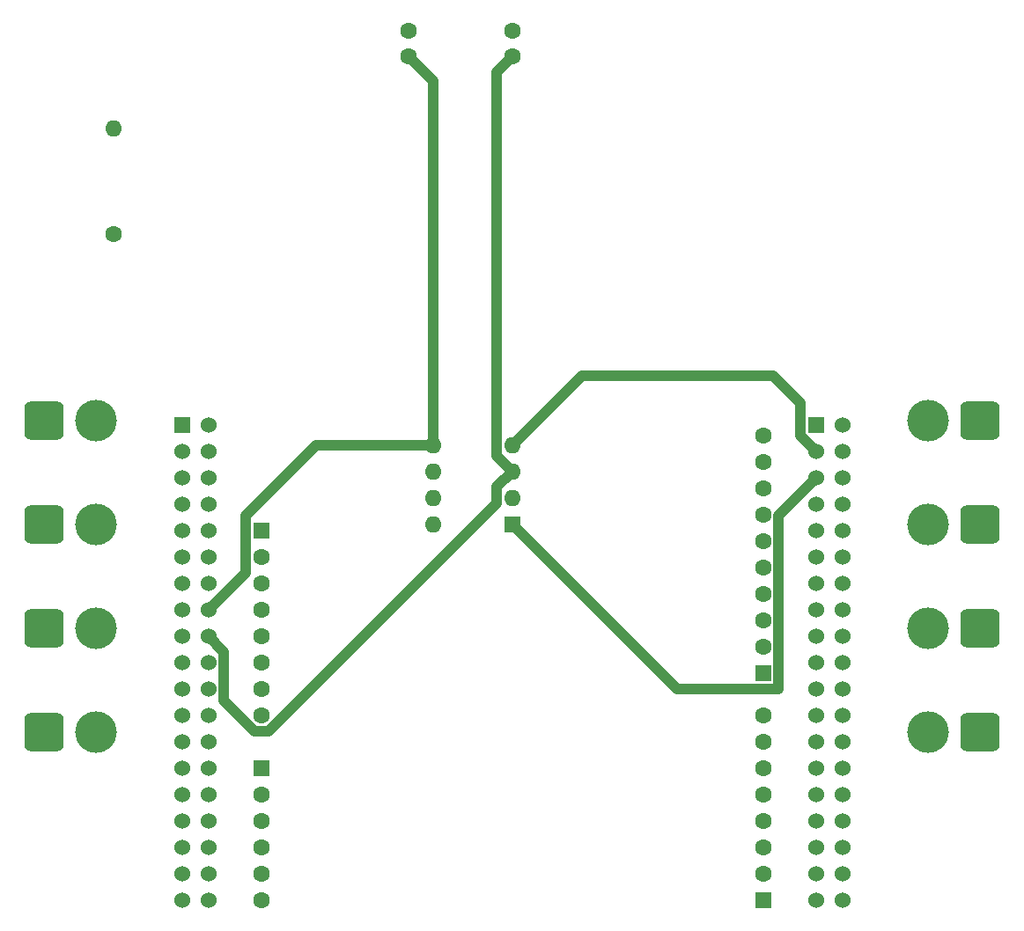
<source format=gbr>
%TF.GenerationSoftware,KiCad,Pcbnew,8.0.6-8.0.6-0~ubuntu22.04.1*%
%TF.CreationDate,2024-12-10T00:27:36+09:00*%
%TF.ProjectId,FastCANDriver,46617374-4341-44e4-9472-697665722e6b,rev?*%
%TF.SameCoordinates,Original*%
%TF.FileFunction,Copper,L1,Top*%
%TF.FilePolarity,Positive*%
%FSLAX46Y46*%
G04 Gerber Fmt 4.6, Leading zero omitted, Abs format (unit mm)*
G04 Created by KiCad (PCBNEW 8.0.6-8.0.6-0~ubuntu22.04.1) date 2024-12-10 00:27:36*
%MOMM*%
%LPD*%
G01*
G04 APERTURE LIST*
G04 Aperture macros list*
%AMRoundRect*
0 Rectangle with rounded corners*
0 $1 Rounding radius*
0 $2 $3 $4 $5 $6 $7 $8 $9 X,Y pos of 4 corners*
0 Add a 4 corners polygon primitive as box body*
4,1,4,$2,$3,$4,$5,$6,$7,$8,$9,$2,$3,0*
0 Add four circle primitives for the rounded corners*
1,1,$1+$1,$2,$3*
1,1,$1+$1,$4,$5*
1,1,$1+$1,$6,$7*
1,1,$1+$1,$8,$9*
0 Add four rect primitives between the rounded corners*
20,1,$1+$1,$2,$3,$4,$5,0*
20,1,$1+$1,$4,$5,$6,$7,0*
20,1,$1+$1,$6,$7,$8,$9,0*
20,1,$1+$1,$8,$9,$2,$3,0*%
G04 Aperture macros list end*
%TA.AperFunction,ComponentPad*%
%ADD10C,1.600000*%
%TD*%
%TA.AperFunction,ComponentPad*%
%ADD11RoundRect,0.760000X-1.140000X-1.140000X1.140000X-1.140000X1.140000X1.140000X-1.140000X1.140000X0*%
%TD*%
%TA.AperFunction,ComponentPad*%
%ADD12C,4.000000*%
%TD*%
%TA.AperFunction,ComponentPad*%
%ADD13RoundRect,0.760000X1.140000X1.140000X-1.140000X1.140000X-1.140000X-1.140000X1.140000X-1.140000X0*%
%TD*%
%TA.AperFunction,ComponentPad*%
%ADD14R,1.600000X1.600000*%
%TD*%
%TA.AperFunction,ComponentPad*%
%ADD15O,1.600000X1.600000*%
%TD*%
%TA.AperFunction,ComponentPad*%
%ADD16R,1.605000X1.605000*%
%TD*%
%TA.AperFunction,ComponentPad*%
%ADD17C,1.605000*%
%TD*%
%TA.AperFunction,ComponentPad*%
%ADD18R,1.530000X1.530000*%
%TD*%
%TA.AperFunction,ComponentPad*%
%ADD19C,1.530000*%
%TD*%
%TA.AperFunction,Conductor*%
%ADD20C,1.000000*%
%TD*%
G04 APERTURE END LIST*
D10*
%TO.P,0.1\u03BCF,1*%
%TO.N,5V*%
X150000000Y-55000000D03*
%TO.P,0.1\u03BCF,2*%
%TO.N,GND*%
X150000000Y-52500000D03*
%TD*%
D11*
%TO.P,J4,1,Pin_1*%
%TO.N,CAN_L*%
X105000000Y-120000000D03*
D12*
%TO.P,J4,2,Pin_2*%
%TO.N,CAN_H*%
X110000000Y-120000000D03*
%TD*%
D10*
%TO.P,0.1\u03BCF,1*%
%TO.N,3.3V*%
X140000000Y-55000000D03*
%TO.P,0.1\u03BCF,2*%
%TO.N,GND*%
X140000000Y-52500000D03*
%TD*%
D11*
%TO.P,J2,1,Pin_1*%
%TO.N,CAN_L*%
X105000000Y-100000000D03*
D12*
%TO.P,J2,2,Pin_2*%
%TO.N,CAN_H*%
X110000000Y-100000000D03*
%TD*%
D13*
%TO.P,J8,1,Pin_1*%
%TO.N,CAN_L*%
X195000000Y-90000000D03*
D12*
%TO.P,J8,2,Pin_2*%
%TO.N,CAN_H*%
X190000000Y-90000000D03*
%TD*%
D14*
%TO.P,MCP2562,1,TXD*%
%TO.N,TX*%
X150000000Y-100000000D03*
D15*
%TO.P,MCP2562,2,VSS*%
%TO.N,GND*%
X150000000Y-97460000D03*
%TO.P,MCP2562,3,VDD*%
%TO.N,5V*%
X150000000Y-94920000D03*
%TO.P,MCP2562,4,RXD*%
%TO.N,RX*%
X150000000Y-92380000D03*
%TO.P,MCP2562,5,Vio*%
%TO.N,3.3V*%
X142380000Y-92380000D03*
%TO.P,MCP2562,6,CANL*%
%TO.N,CAN_L*%
X142380000Y-94920000D03*
%TO.P,MCP2562,7,CANH*%
%TO.N,CAN_H*%
X142380000Y-97460000D03*
%TO.P,MCP2562,8,STBY*%
%TO.N,GND*%
X142380000Y-100000000D03*
%TD*%
D10*
%TO.P,120\u03A9,1*%
%TO.N,CAN_H*%
X111700000Y-72080000D03*
D15*
%TO.P,120\u03A9,2*%
%TO.N,CAN_L*%
X111700000Y-61920000D03*
%TD*%
D11*
%TO.P,J1,1,Pin_1*%
%TO.N,CAN_L*%
X105000000Y-90000000D03*
D12*
%TO.P,J1,2,Pin_2*%
%TO.N,CAN_H*%
X110000000Y-90000000D03*
%TD*%
D13*
%TO.P,J7,1,Pin_1*%
%TO.N,CAN_L*%
X195000000Y-100000000D03*
D12*
%TO.P,J7,2,Pin_2*%
%TO.N,CAN_H*%
X190000000Y-100000000D03*
%TD*%
D16*
%TO.P,U3,CN5_1,D8*%
%TO.N,unconnected-(U3F-D8-PadCN5_1)*%
X174130000Y-114370000D03*
D17*
%TO.P,U3,CN5_2,D9*%
%TO.N,unconnected-(U3F-D9-PadCN5_2)*%
X174130000Y-111830000D03*
%TO.P,U3,CN5_3,D10*%
%TO.N,unconnected-(U3F-D10-PadCN5_3)*%
X174130000Y-109290000D03*
%TO.P,U3,CN5_4,D11*%
%TO.N,unconnected-(U3F-D11-PadCN5_4)*%
X174130000Y-106750000D03*
%TO.P,U3,CN5_5,D12*%
%TO.N,unconnected-(U3F-D12-PadCN5_5)*%
X174130000Y-104210000D03*
%TO.P,U3,CN5_6,D13*%
%TO.N,unconnected-(U3F-D13-PadCN5_6)*%
X174130000Y-101670000D03*
%TO.P,U3,CN5_7,CN5_GND*%
%TO.N,unconnected-(U3F-CN5_GND-PadCN5_7)*%
X174130000Y-99130000D03*
%TO.P,U3,CN5_8,AREF*%
%TO.N,unconnected-(U3F-AREF-PadCN5_8)*%
X174130000Y-96590000D03*
%TO.P,U3,CN5_9,D14*%
%TO.N,unconnected-(U3F-D14-PadCN5_9)*%
X174130000Y-94050000D03*
%TO.P,U3,CN5_10,D15*%
%TO.N,unconnected-(U3F-D15-PadCN5_10)*%
X174130000Y-91510000D03*
D16*
%TO.P,U3,CN6_1*%
%TO.N,N/C*%
X125870000Y-100650000D03*
D17*
%TO.P,U3,CN6_2,CN6_IOREF*%
%TO.N,unconnected-(U3C-CN6_IOREF-PadCN6_2)*%
X125870000Y-103190000D03*
%TO.P,U3,CN6_3,CN6_RESET*%
%TO.N,unconnected-(U3C-CN6_RESET-PadCN6_3)*%
X125870000Y-105730000D03*
%TO.P,U3,CN6_4,CN6_+3V3*%
%TO.N,unconnected-(U3C-CN6_+3V3-PadCN6_4)*%
X125870000Y-108270000D03*
%TO.P,U3,CN6_5,CN6_+5V*%
%TO.N,unconnected-(U3C-CN6_+5V-PadCN6_5)*%
X125870000Y-110810000D03*
%TO.P,U3,CN6_6,CN6_GND*%
%TO.N,unconnected-(U3C-CN6_GND-PadCN6_6)*%
X125870000Y-113350000D03*
%TO.P,U3,CN6_7,CN6_GND__1*%
%TO.N,unconnected-(U3C-CN6_GND__1-PadCN6_7)*%
X125870000Y-115890000D03*
%TO.P,U3,CN6_8,CN6_VIN*%
%TO.N,unconnected-(U3C-CN6_VIN-PadCN6_8)*%
X125870000Y-118430000D03*
D18*
%TO.P,U3,CN7_1,PC10*%
%TO.N,unconnected-(U3A-PC10-PadCN7_1)*%
X118250000Y-90490000D03*
D19*
%TO.P,U3,CN7_2,PC11*%
%TO.N,unconnected-(U3A-PC11-PadCN7_2)*%
X120790000Y-90490000D03*
%TO.P,U3,CN7_3,PC12*%
%TO.N,unconnected-(U3A-PC12-PadCN7_3)*%
X118250000Y-93030000D03*
%TO.P,U3,CN7_4,PD2*%
%TO.N,unconnected-(U3A-PD2-PadCN7_4)*%
X120790000Y-93030000D03*
%TO.P,U3,CN7_5,VDD*%
%TO.N,unconnected-(U3A-VDD-PadCN7_5)*%
X118250000Y-95570000D03*
%TO.P,U3,CN7_6,E5V*%
%TO.N,unconnected-(U3A-E5V-PadCN7_6)*%
X120790000Y-95570000D03*
%TO.P,U3,CN7_7,BOOT0*%
%TO.N,unconnected-(U3A-BOOT0-PadCN7_7)*%
X118250000Y-98110000D03*
%TO.P,U3,CN7_8,CN7_GND*%
%TO.N,unconnected-(U3A-CN7_GND-PadCN7_8)*%
X120790000Y-98110000D03*
%TO.P,U3,CN7_9*%
%TO.N,N/C*%
X118250000Y-100650000D03*
%TO.P,U3,CN7_10*%
X120790000Y-100650000D03*
%TO.P,U3,CN7_11*%
X118250000Y-103190000D03*
%TO.P,U3,CN7_12,CN7_IOREF*%
%TO.N,unconnected-(U3A-CN7_IOREF-PadCN7_12)*%
X120790000Y-103190000D03*
%TO.P,U3,CN7_13,PA13*%
%TO.N,unconnected-(U3A-PA13-PadCN7_13)*%
X118250000Y-105730000D03*
%TO.P,U3,CN7_14,CN7_RESET*%
%TO.N,unconnected-(U3A-CN7_RESET-PadCN7_14)*%
X120790000Y-105730000D03*
%TO.P,U3,CN7_15,PA14*%
%TO.N,unconnected-(U3A-PA14-PadCN7_15)*%
X118250000Y-108270000D03*
%TO.P,U3,CN7_16,CN7_+3V3*%
%TO.N,3.3V*%
X120790000Y-108270000D03*
%TO.P,U3,CN7_17,PA15*%
%TO.N,unconnected-(U3A-PA15-PadCN7_17)*%
X118250000Y-110810000D03*
%TO.P,U3,CN7_18,CN7_+5V*%
%TO.N,5V*%
X120790000Y-110810000D03*
%TO.P,U3,CN7_19,CN7_GND__1*%
%TO.N,GND*%
X118250000Y-113350000D03*
%TO.P,U3,CN7_20,CN7_GND__2*%
X120790000Y-113350000D03*
%TO.P,U3,CN7_21,PB7*%
%TO.N,unconnected-(U3A-PB7-PadCN7_21)*%
X118250000Y-115890000D03*
%TO.P,U3,CN7_22,CN7_GND__3*%
%TO.N,GND*%
X120790000Y-115890000D03*
%TO.P,U3,CN7_23,PC13*%
%TO.N,unconnected-(U3A-PC13-PadCN7_23)*%
X118250000Y-118430000D03*
%TO.P,U3,CN7_24,CN7_VIN*%
%TO.N,unconnected-(U3A-CN7_VIN-PadCN7_24)*%
X120790000Y-118430000D03*
%TO.P,U3,CN7_25,PC14*%
%TO.N,unconnected-(U3A-PC14-PadCN7_25)*%
X118250000Y-120970000D03*
%TO.P,U3,CN7_26*%
%TO.N,N/C*%
X120790000Y-120970000D03*
%TO.P,U3,CN7_27,PC15*%
%TO.N,unconnected-(U3A-PC15-PadCN7_27)*%
X118250000Y-123510000D03*
%TO.P,U3,CN7_28,PA0*%
%TO.N,unconnected-(U3A-PA0-PadCN7_28)*%
X120790000Y-123510000D03*
%TO.P,U3,CN7_29,PH0*%
%TO.N,unconnected-(U3A-PH0-PadCN7_29)*%
X118250000Y-126050000D03*
%TO.P,U3,CN7_30,PA1*%
%TO.N,unconnected-(U3A-PA1-PadCN7_30)*%
X120790000Y-126050000D03*
%TO.P,U3,CN7_31,PH1*%
%TO.N,unconnected-(U3A-PH1-PadCN7_31)*%
X118250000Y-128590000D03*
%TO.P,U3,CN7_32,PA4*%
%TO.N,unconnected-(U3A-PA4-PadCN7_32)*%
X120790000Y-128590000D03*
%TO.P,U3,CN7_33,VBAT*%
%TO.N,unconnected-(U3A-VBAT-PadCN7_33)*%
X118250000Y-131130000D03*
%TO.P,U3,CN7_34,PB0*%
%TO.N,unconnected-(U3A-PB0-PadCN7_34)*%
X120790000Y-131130000D03*
%TO.P,U3,CN7_35,PC2*%
%TO.N,unconnected-(U3A-PC2-PadCN7_35)*%
X118250000Y-133670000D03*
%TO.P,U3,CN7_36,PC1/PB9*%
%TO.N,unconnected-(U3A-PC1{slash}PB9-PadCN7_36)*%
X120790000Y-133670000D03*
%TO.P,U3,CN7_37,PC3*%
%TO.N,unconnected-(U3A-PC3-PadCN7_37)*%
X118250000Y-136210000D03*
%TO.P,U3,CN7_38,PC0/PB8*%
%TO.N,unconnected-(U3A-PC0{slash}PB8-PadCN7_38)*%
X120790000Y-136210000D03*
D16*
%TO.P,U3,CN8_1,A0*%
%TO.N,unconnected-(U3E-A0-PadCN8_1)*%
X125870000Y-123510000D03*
D17*
%TO.P,U3,CN8_2,A1*%
%TO.N,unconnected-(U3E-A1-PadCN8_2)*%
X125870000Y-126050000D03*
%TO.P,U3,CN8_3,A2*%
%TO.N,unconnected-(U3E-A2-PadCN8_3)*%
X125870000Y-128590000D03*
%TO.P,U3,CN8_4,A3*%
%TO.N,unconnected-(U3E-A3-PadCN8_4)*%
X125870000Y-131130000D03*
%TO.P,U3,CN8_5,A4*%
%TO.N,unconnected-(U3E-A4-PadCN8_5)*%
X125870000Y-133670000D03*
%TO.P,U3,CN8_6,A5*%
%TO.N,unconnected-(U3E-A5-PadCN8_6)*%
X125870000Y-136210000D03*
D16*
%TO.P,U3,CN9_1,D0*%
%TO.N,unconnected-(U3D-D0-PadCN9_1)*%
X174130000Y-136210000D03*
D17*
%TO.P,U3,CN9_2,D1*%
%TO.N,unconnected-(U3D-D1-PadCN9_2)*%
X174130000Y-133670000D03*
%TO.P,U3,CN9_3,D2*%
%TO.N,unconnected-(U3D-D2-PadCN9_3)*%
X174130000Y-131130000D03*
%TO.P,U3,CN9_4,D3*%
%TO.N,unconnected-(U3D-D3-PadCN9_4)*%
X174130000Y-128590000D03*
%TO.P,U3,CN9_5,D4*%
%TO.N,unconnected-(U3D-D4-PadCN9_5)*%
X174130000Y-126050000D03*
%TO.P,U3,CN9_6,D5*%
%TO.N,unconnected-(U3D-D5-PadCN9_6)*%
X174130000Y-123510000D03*
%TO.P,U3,CN9_7,D6*%
%TO.N,unconnected-(U3D-D6-PadCN9_7)*%
X174130000Y-120970000D03*
%TO.P,U3,CN9_8,D7*%
%TO.N,unconnected-(U3D-D7-PadCN9_8)*%
X174130000Y-118430000D03*
D18*
%TO.P,U3,CN10_1,PC9*%
%TO.N,unconnected-(U3B-PC9-PadCN10_1)*%
X179210000Y-90490000D03*
D19*
%TO.P,U3,CN10_2,PC8*%
%TO.N,unconnected-(U3B-PC8-PadCN10_2)*%
X181750000Y-90490000D03*
%TO.P,U3,CN10_3,PB8*%
%TO.N,RX*%
X179210000Y-93030000D03*
%TO.P,U3,CN10_4,PC6*%
%TO.N,unconnected-(U3B-PC6-PadCN10_4)*%
X181750000Y-93030000D03*
%TO.P,U3,CN10_5,PB9*%
%TO.N,TX*%
X179210000Y-95570000D03*
%TO.P,U3,CN10_6,PC5*%
%TO.N,unconnected-(U3B-PC5-PadCN10_6)*%
X181750000Y-95570000D03*
%TO.P,U3,CN10_7,AVDD*%
%TO.N,unconnected-(U3B-AVDD-PadCN10_7)*%
X179210000Y-98110000D03*
%TO.P,U3,CN10_8,U5V*%
%TO.N,unconnected-(U3B-U5V-PadCN10_8)*%
X181750000Y-98110000D03*
%TO.P,U3,CN10_9,CN10_GND*%
%TO.N,GND*%
X179210000Y-100650000D03*
%TO.P,U3,CN10_10*%
%TO.N,N/C*%
X181750000Y-100650000D03*
%TO.P,U3,CN10_11,PA5*%
%TO.N,unconnected-(U3B-PA5-PadCN10_11)*%
X179210000Y-103190000D03*
%TO.P,U3,CN10_12,PA12*%
%TO.N,unconnected-(U3B-PA12-PadCN10_12)*%
X181750000Y-103190000D03*
%TO.P,U3,CN10_13,PA6*%
%TO.N,unconnected-(U3B-PA6-PadCN10_13)*%
X179210000Y-105730000D03*
%TO.P,U3,CN10_14,PA11*%
%TO.N,unconnected-(U3B-PA11-PadCN10_14)*%
X181750000Y-105730000D03*
%TO.P,U3,CN10_15,PA7*%
%TO.N,unconnected-(U3B-PA7-PadCN10_15)*%
X179210000Y-108270000D03*
%TO.P,U3,CN10_16,PB12*%
%TO.N,unconnected-(U3B-PB12-PadCN10_16)*%
X181750000Y-108270000D03*
%TO.P,U3,CN10_17,PB6*%
%TO.N,unconnected-(U3B-PB6-PadCN10_17)*%
X179210000Y-110810000D03*
%TO.P,U3,CN10_18*%
%TO.N,N/C*%
X181750000Y-110810000D03*
%TO.P,U3,CN10_19,PC7*%
%TO.N,unconnected-(U3B-PC7-PadCN10_19)*%
X179210000Y-113350000D03*
%TO.P,U3,CN10_20,CN10_GND__1*%
%TO.N,unconnected-(U3B-CN10_GND__1-PadCN10_20)*%
X181750000Y-113350000D03*
%TO.P,U3,CN10_21,PA9*%
%TO.N,unconnected-(U3B-PA9-PadCN10_21)*%
X179210000Y-115890000D03*
%TO.P,U3,CN10_22,PB2*%
%TO.N,unconnected-(U3B-PB2-PadCN10_22)*%
X181750000Y-115890000D03*
%TO.P,U3,CN10_23,PA8*%
%TO.N,unconnected-(U3B-PA8-PadCN10_23)*%
X179210000Y-118430000D03*
%TO.P,U3,CN10_24,PB1*%
%TO.N,unconnected-(U3B-PB1-PadCN10_24)*%
X181750000Y-118430000D03*
%TO.P,U3,CN10_25,PB10*%
%TO.N,unconnected-(U3B-PB10-PadCN10_25)*%
X179210000Y-120970000D03*
%TO.P,U3,CN10_26,PB15*%
%TO.N,unconnected-(U3B-PB15-PadCN10_26)*%
X181750000Y-120970000D03*
%TO.P,U3,CN10_27,PB4*%
%TO.N,unconnected-(U3B-PB4-PadCN10_27)*%
X179210000Y-123510000D03*
%TO.P,U3,CN10_28,PB14*%
%TO.N,unconnected-(U3B-PB14-PadCN10_28)*%
X181750000Y-123510000D03*
%TO.P,U3,CN10_29,PB5*%
%TO.N,unconnected-(U3B-PB5-PadCN10_29)*%
X179210000Y-126050000D03*
%TO.P,U3,CN10_30,PB13*%
%TO.N,unconnected-(U3B-PB13-PadCN10_30)*%
X181750000Y-126050000D03*
%TO.P,U3,CN10_31,PB3*%
%TO.N,unconnected-(U3B-PB3-PadCN10_31)*%
X179210000Y-128590000D03*
%TO.P,U3,CN10_32,AGND*%
%TO.N,unconnected-(U3B-AGND-PadCN10_32)*%
X181750000Y-128590000D03*
%TO.P,U3,CN10_33,PA10*%
%TO.N,unconnected-(U3B-PA10-PadCN10_33)*%
X179210000Y-131130000D03*
%TO.P,U3,CN10_34,PC4*%
%TO.N,unconnected-(U3B-PC4-PadCN10_34)*%
X181750000Y-131130000D03*
%TO.P,U3,CN10_35,PA2*%
%TO.N,unconnected-(U3B-PA2-PadCN10_35)*%
X179210000Y-133670000D03*
%TO.P,U3,CN10_36*%
%TO.N,N/C*%
X181750000Y-133670000D03*
%TO.P,U3,CN10_37,PA3*%
%TO.N,unconnected-(U3B-PA3-PadCN10_37)*%
X179210000Y-136210000D03*
%TO.P,U3,CN10_38*%
%TO.N,N/C*%
X181750000Y-136210000D03*
%TD*%
D13*
%TO.P,J5,1,Pin_1*%
%TO.N,CAN_L*%
X195000000Y-120000000D03*
D12*
%TO.P,J5,2,Pin_2*%
%TO.N,CAN_H*%
X190000000Y-120000000D03*
%TD*%
D13*
%TO.P,J6,1,Pin_1*%
%TO.N,CAN_L*%
X195000000Y-110000000D03*
D12*
%TO.P,J6,2,Pin_2*%
%TO.N,CAN_H*%
X190000000Y-110000000D03*
%TD*%
D11*
%TO.P,J3,1,Pin_1*%
%TO.N,CAN_L*%
X105000000Y-110000000D03*
D12*
%TO.P,J3,2,Pin_2*%
%TO.N,CAN_H*%
X110000000Y-110000000D03*
%TD*%
D20*
%TO.N,3.3V*%
X124367500Y-99147500D02*
X131135000Y-92380000D01*
X131135000Y-92380000D02*
X142380000Y-92380000D01*
X142380000Y-92380000D02*
X142380000Y-57380000D01*
X142380000Y-57380000D02*
X140000000Y-55000000D01*
X120790000Y-108270000D02*
X124367500Y-104692500D01*
X124367500Y-104692500D02*
X124367500Y-99147500D01*
%TO.N,5V*%
X122255000Y-116939856D02*
X125247644Y-119932500D01*
X148500000Y-98000000D02*
X148500000Y-96420000D01*
X120790000Y-110810000D02*
X122255000Y-112275000D01*
X125247644Y-119932500D02*
X126567500Y-119932500D01*
X150000000Y-94920000D02*
X148500000Y-93420000D01*
X148500000Y-56500000D02*
X150000000Y-55000000D01*
X122255000Y-112275000D02*
X122255000Y-116939856D01*
X148500000Y-96420000D02*
X150000000Y-94920000D01*
X126567500Y-119932500D02*
X148500000Y-98000000D01*
X148500000Y-93420000D02*
X148500000Y-56500000D01*
%TO.N,RX*%
X177700000Y-88338019D02*
X177700000Y-91520000D01*
X177700000Y-91520000D02*
X179210000Y-93030000D01*
X150000000Y-92380000D02*
X156680000Y-85700000D01*
X156680000Y-85700000D02*
X175061981Y-85700000D01*
X175061981Y-85700000D02*
X177700000Y-88338019D01*
%TO.N,TX*%
X165872500Y-115872500D02*
X175632500Y-115872500D01*
X175632500Y-99147500D02*
X179210000Y-95570000D01*
X150000000Y-100000000D02*
X165872500Y-115872500D01*
X175632500Y-115872500D02*
X175632500Y-99147500D01*
%TD*%
M02*

</source>
